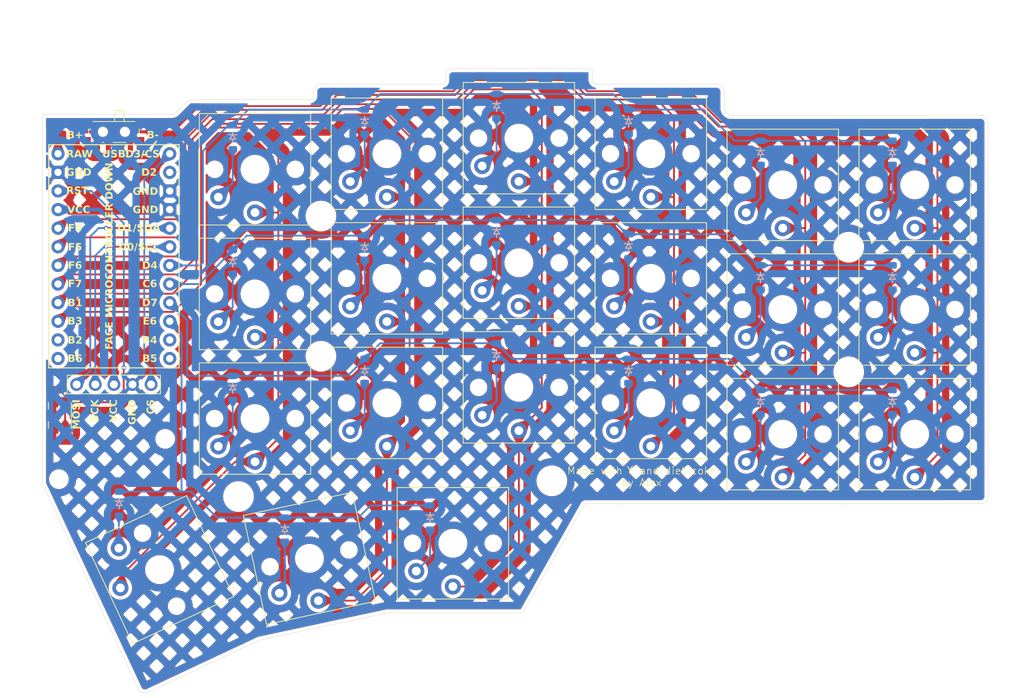
<source format=kicad_pcb>
(kicad_pcb (version 20240108) (generator "pcbnew") (generator_version "8.0")
  (layers (0 "F.Cu" signal) (31 "B.Cu" signal) (34 "B.Paste" user) (35 "F.Paste" user) (36 "B.SilkS" user "B.Silkscreen") (37 "F.SilkS" user "F.Silkscreen") (38 "B.Mask" user) (39 "F.Mask" user) (44 "Edge.Cuts" user))
  (net 0 "")
  (net 1 "Net-(D1-A)")
  (net 2 "row0")
  (net 3 "Net-(D2-A)")
  (net 4 "row1")
  (net 5 "row2")
  (net 6 "Net-(D3-A)")
  (net 7 "Net-(D4-A)")
  (net 8 "Net-(D5-A)")
  (net 9 "Net-(D6-A)")
  (net 10 "Net-(D7-A)")
  (net 11 "Net-(D8-A)")
  (net 12 "Net-(D9-A)")
  (net 13 "Net-(D10-A)")
  (net 14 "Net-(D11-A)")
  (net 15 "Net-(D12-A)")
  (net 16 "row3")
  (net 17 "Net-(D13-A)")
  (net 18 "Net-(D14-A)")
  (net 19 "Net-(D15-A)")
  (net 20 "Net-(D16-A)")
  (net 21 "Net-(D17-A)")
  (net 22 "Net-(D18-A)")
  (net 23 "Net-(D19-A)")
  (net 24 "Net-(D20-A)")
  (net 25 "Net-(D21-A)")
  (net 26 "col0")
  (net 27 "col1")
  (net 28 "col2")
  (net 29 "col3")
  (net 30 "col4")
  (net 31 "col5")
  (net 32 "reset")
  (net 33 "GND")
  (net 34 "B-")
  (net 36 "data")
  (net 39 "MOSI")
  (net 42 "B+")
  (net 43 "cs")
  (net 44 "SCK")
  (net 45 "VCC")
  (footprint "MountingHole:MountingHole_3.7mm" (layer "F.Cu") (at 108.37857 55.25)
    (property "Reference" "")
    (property "Value" "MountingHole_3.7mm" (hide yes))
  )
  (footprint "ScottoKeebs_Choc:Choc_V1_1.00u" (layer "F.Cu") (at 106.807992 101.949151 -168)
    (property "Reference" "S17" (hide yes))
    (property "Value" "Keyswitch" (hide yes))
  )
  (footprint "MountingHole:MountingHole_3.7mm" (layer "F.Cu") (at 108.37857 74.375)
    (property "Reference" "")
    (property "Value" "MountingHole_3.7mm" (hide yes))
  )
  (footprint "myLib:Universal_Pro_Micro_Footprint" (layer "F.Cu") (at 80.12857 60.72)
    (property "Reference" "U1" (hide yes))
    (property "Value" "Universal_Pro_Micro" (hide yes))
  )
  (footprint "ScottoKeebs_Choc:Choc_V1_1.00u" (layer "F.Cu") (at 171.37857 51 180)
    (property "Reference" "S4" (hide yes))
    (property "Value" "Keyswitch" (hide yes))
  )
  (footprint "myLib:nice_view" (layer "F.Cu") (at 80.12857 61.72)
    (property "Reference" "Display1" (hide yes))
    (property "Value" "nice!view" (hide yes))
  )
  (footprint "ScottoKeebs_Choc:Choc_V1_1.00u" (layer "F.Cu") (at 189.37857 68 180)
    (property "Reference" "S2" (hide yes))
    (property "Value" "Keyswitch" (hide yes))
  )
  (footprint "ScottoKeebs_Choc:Choc_V1_1.00u" (layer "F.Cu") (at 189.37857 85 180)
    (property "Reference" "S3" (hide yes))
    (property "Value" "Keyswitch" (hide yes))
  )
  (footprint "ScottoKeebs_Choc:Choc_V1_1.00u" (layer "F.Cu") (at 117.37857 63.75 180)
    (property "Reference" "S15" (hide yes))
    (property "Value" "Keyswitch" (hide yes))
  )
  (footprint "ScottoKeebs_Choc:Choc_V1_1.00u" (layer "F.Cu") (at 99.37857 48.875 180)
    (property "Reference" "S18" (hide yes))
    (property "Value" "Keyswitch" (hide yes))
  )
  (footprint "ScottoKeebs_Choc:Choc_V1_1.00u" (layer "F.Cu") (at 153.37857 80.75 180)
    (property "Reference" "S9" (hide yes))
    (property "Value" "Keyswitch" (hide yes))
  )
  (footprint "MountingHole:MountingHole_3.7mm" (layer "F.Cu") (at 180.37857 76.5)
    (property "Reference" "")
    (property "Value" "MountingHole_3.7mm" (hide yes))
  )
  (footprint "ScottoKeebs_Choc:Choc_V1_1.50u" (layer "F.Cu") (at 86.36295 103.491711 115)
    (property "Reference" "S21" (hide yes))
    (property "Value" "Keyswitch" (hide yes))
  )
  (footprint "EVQ-P7A01P:SW_EVQ-P7A01P" (layer "F.Cu") (at 72.75357 82.45 -90)
    (property "Reference" "S22" (hide yes))
    (property "Value" "EVQ-P7A01P" (hide yes))
  )
  (footprint "ScottoKeebs_Choc:Choc_V1_1.00u" (layer "F.Cu") (at 135.37857 44.625 180)
    (property "Reference" "S10" (hide yes))
    (property "Value" "Keyswitch" (hide yes))
  )
  (footprint "MountingHole:MountingHole_3.7mm" (layer "F.Cu") (at 97.12857 93.5172)
    (property "Reference" "")
    (property "Value" "MountingHole_3.7mm" (hide yes))
  )
  (footprint "MountingHole:MountingHole_3.7mm" (layer "F.Cu") (at 139.87857 91.375)
    (property "Reference" "")
    (property "Value" "MountingHole_3.7mm" (hide yes))
  )
  (footprint "ScottoKeebs_Choc:Choc_V1_1.00u" (layer "F.Cu") (at 126.37857 99.8922 180)
    (property "Reference" "S13" (hide yes))
    (property "Value" "Keyswitch" (hide yes))
  )
  (footprint "ScottoKeebs_Choc:Choc_V1_1.00u" (layer "F.Cu") (at 189.37857 51 180)
    (property "Reference" "S1" (hide yes))
    (property "Value" "Keyswitch" (hide yes))
  )
  (footprint "MountingHole:MountingHole_3.7mm" (layer "F.Cu") (at 180.37857 59.5)
    (property "Reference" "")
    (property "Value" "MountingHole_3.7mm" (hide yes))
  )
  (footprint "ScottoKeebs_Choc:Choc_V1_1.00u" (layer "F.Cu") (at 99.37857 65.875 180)
    (property "Reference" "S19" (hide yes))
    (property "Value" "Keyswitch" (hide yes))
  )
  (footprint "ScottoKeebs_Choc:Choc_V1_1.00u" (layer "F.Cu") (at 117.37857 80.75 180)
    (property "Reference" "S16" (hide yes))
    (property "Value" "Keyswitch" (hide yes))
  )
  (footprint "ScottoKeebs_Choc:Choc_V1_1.00u" (layer "F.Cu") (at 135.37857 78.625 180)
    (property "Reference" "S12" (hide yes))
    (property "Value" "Keyswitch" (hide yes))
  )
  (footprint "ScottoKeebs_Choc:Choc_V1_1.00u" (layer "F.Cu") (at 153.37857 46.75 180)
    (property "Reference" "S7" (hide yes))
    (property "Value" "Keyswitch" (hide yes))
  )
  (footprint "ScottoKeebs_Choc:Choc_V1_1.00u" (layer "F.Cu") (at 99.37857 82.875 180)
    (property "Reference" "S20" (hide yes))
    (property "Value" "Keyswitch" (hide yes))
  )
  (footprint "ScottoKeebs_Choc:Choc_V1_1.00u" (layer "F.Cu") (at 171.37857 68 180)
    (property "Reference" "S5" (hide yes))
    (property "Value" "Keyswitch" (hide yes))
  )
  (footprint "ScottoKeebs_Choc:Choc_V1_1.00u" (layer "F.Cu") (at 153.37857 63.75 180)
    (property "Reference" "S8" (hide yes))
    (property "Value" "Keyswitch" (hide yes))
  )
  (footprint "Button_Switch_SMD:SW_SPDT_PCM12" (layer "F.Cu") (at 80.12857 44.083 180)
    (property "Reference" "SW1" (hide yes))
    (property "Value" "PCM12SMTR" (hide yes))
  )
  (footprint "ScottoKeebs_Choc:Choc_V1_1.00u" (layer "F.Cu") (at 135.37857 61.625 180)
    (property "Reference" "S11" (hide yes))
    (property "Value" "Keyswitch" (hide yes))
  )
  (footprint "ScottoKeebs_Choc:Choc_V1_1.00u" (layer "F.Cu") (at 171.37857 85 180)
    (property "Reference" "S6" (hide yes))
    (property "Value" "Keyswitch" (hide yes))
  )
  (footprint "ScottoKeebs_Choc:Choc_V1_1.00u" (layer "F.Cu") (at 117.37857 46.75 180)
    (property "Reference" "S14" (hide yes))
    (property "Value" "Keyswitch" (hide yes))
  )
  (footprint "ScottoKeebs_Components:Diode_SOD-123" (layer "B.Cu") (at 123.266 96.391 -90)
    (property "Reference" "D13" (hide yes))
    (property "Value" "Diode" (hide yes))
  )
  (footprint "ScottoKeebs_Components:Diode_SOD-123" (layer "B.Cu") (at 186.342 63.628 -90)
    (property "Reference" "D2" (hide yes))
    (property "Value" "Diode" (hide yes))
  )
  (footprint "ScottoKeebs_Components:Diode_SOD-123" (layer "B.Cu") (at 168.342 46.628 -90)
    (property "Reference" "D4" (hide yes))
    (property "Value" "Diode" (hide yes))
  )
  (footprint "ScottoKeebs_Components:Diode_SOD-123" (layer "B.Cu") (at 96.342 61.503 -90)
    (property "Reference" "D19" (hide yes))
    (property "Value" "Diode" (hide yes))
  )
  (footprint "ScottoKeebs_Components:Diode_SOD-123" (layer "B.Cu") (at 114.342 76.378 -90)
    (property "Reference" "D16" (hide yes))
    (property "Value" "Diode" (hide yes))
  )
  (footprint "ScottoKeebs_Scotto:Standoff_M2x8mm" (layer "B.Cu") (at 87.12857 85.65 180)
    (property "Reference" "REF**" (hide yes))
    (property "Value" "Standoff_M2x8mm" (hide yes))
  )
  (footprint "ScottoKeebs_Scotto:Standoff_M2x8mm" (layer "B.Cu") (at 72.62857 91.15 180)
    (property "Reference" "REF**" (hide yes))
    (property "Value" "Standoff_M2x8mm" (hide yes))
  )
  (footprint "ScottoKeebs_Components:Diode_SOD-123" (layer "B.Cu") (at 186.342 46.628 -90)
    (property "Reference" "D1" (hide yes))
    (property "Value" "Diode" (hide yes))
  )
  (footprint "ScottoKeebs_Components:Diode_SOD-123" (layer "B.Cu") (at 186.342 80.628 -90)
    (property "Reference" "D3" (hide yes))
    (property "Value" "Diode" (hide yes))
  )
  (footprint "ScottoKeebs_Components:Diode_SOD-123" (layer "B.Cu") (at 114.342 59.576 -90)
    (property "Reference" "D15" (hide yes))
    (property "Value" "Diode" (hide yes))
  )
  (footprint "ScottoKeebs_Components:Diode_SOD-123" (layer "B.Cu") (at 96.342 44.503 -90)
    (property "Reference" "D18" (hide yes))
    (property "Value" "Diode" (hide yes))
  )
  (footprint "ScottoKeebs_Components:Diode_SOD-123" (layer "B.Cu") (at 150.342 42.378 -90)
    (property "Reference" "D7" (hide yes))
    (property "Value" "Diode" (hide yes))
  )
  (footprint "ScottoKeebs_Components:Diode_SOD-123" (layer "B.Cu") (at 150.342 76.378 -90)
    (property "Reference" "D9" (hide yes))
    (property "Value" "Diode" (hide yes))
  )
  (footprint "ScottoKeebs_Components:Diode_SOD-123" (layer "B.Cu") (at 132.342 57.451 -90)
    (property "Reference" "D11" (hide yes))
    (property "Value" "Diode" (hide yes))
  )
  (footprint "ScottoKeebs_Components:Diode_SOD-123" (layer "B.Cu") (at 96.342 78.701 -90)
    (property "Reference" "D20" (hide yes))
    (property "Value" "Diode" (hide yes))
  )
  (footprint "ScottoKeebs_Components:Diode_SOD-123" (layer "B.Cu") (at 103.454 98.042 -90)
    (property "Reference" "D17" (hide yes))
    (property "Value" "Diode" (hide yes))
  )
  (footprint "ScottoKeebs_Components:Diode_SOD-123" (layer "B.Cu") (at 132.342 74.253 -90)
    (property "Reference" "D12" (hide yes))
    (property "Value" "Diode" (hide yes))
  )
  (footprint "ScottoKeebs_Components:Diode_SOD-123" (layer "B.Cu") (at 168.342 80.628 -90)
    (property "Reference" "D6" (hide yes))
    (property "Value" "Diode" (hide yes))
  )
  (footprint "ScottoKeebs_Components:Diode_SOD-123" (layer "B.Cu") (at 168.342 63.628 -90)
    (property "Reference" "D5" (hide yes))
    (property "Value" "Diode" (hide yes))
  )
  (footprint "ScottoKeebs_Components:Diode_SOD-123" (layer "B.Cu") (at 80.848 94.486 -90)
    (property "Reference" "D21" (hide yes))
    (property "Value" "Diode" (hide yes))
  )
  (footprint "ScottoKeebs_Components:Diode_SOD-123" (layer "B.Cu") (at 114.342 42.378 -90)
    (property "Reference" "D14" (hide yes))
    (property "Value" "Diode" (hide yes))
  )
  (footprint "ScottoKeebs_Components:Diode_SOD-123" (layer "B.Cu") (at 132.342 40.253 -90)
    (property "Reference" "D10" (hide yes))
    (property "Value" "Diode" (hide yes))
  )
  (footprint "ScottoKeebs_Components:Diode_SOD-123" (layer "B.Cu") (at 150.342 59.378 -90)
    (property "Reference" "D8" (hide yes))
    (property "Value" "Diode" (hide yes))
  )
  (gr_arc (start 70.481888 91.977009) (mid 70.404877 91.797527) (end 70.37857 91.604) (stroke (width 0.05)) (layer "Edge.Cuts"))
  (gr_arc (start 70.37857 41.629) (mid 70.452965 41.449395) (end 70.63257 41.375) (stroke (width 0.05)) (layer "Edge.Cuts"))
  (gr_arc (start 90.12857 39.625) (mid 90.38241 39.442877) (end 90.688125 39.378551) (stroke (width 0.05)) (layer "Edge.Cuts"))
  (gr_line (start 146.01357 37.25) (end 162.37857 37.25) (stroke (width 0.05)) (layer "Edge.Cuts"))
  (gr_line (start 99.96468 113.119122) (end 84.781703 120.236573) (stroke (width 0.05)) (layer "Edge.Cuts"))
  (gr_arc (start 146.01357 37.25) (mid 145.564557 37.064013) (end 145.37857 36.615) (stroke (width 0.05)) (layer "Edge.Cuts"))
  (gr_line (start 90.688125 39.378551) (end 106.87057 39.375) (stroke (width 0.05)) (layer "Edge.Cuts"))
  (gr_line (start 125.37857 36.742) (end 125.37857 36.125) (stroke (width 0.05)) (layer "Edge.Cuts"))
  (gr_line (start 135.67857 109.3922) (end 117.41468 109.394122) (stroke (width 0.05)) (layer "Edge.Cuts"))
  (gr_arc (start 125.37857 36.742) (mid 125.22978 37.10121) (end 124.87057 37.25) (stroke (width 0.05)) (layer "Edge.Cuts"))
  (gr_line (start 164.37857 41.505636) (end 198.37857 41.5) (stroke (width 0.05)) (layer "Edge.Cuts"))
  (gr_line (start 136.085677 109.099307) (end 144.243529 94.691538) (stroke (width 0.05)) (layer "Edge.Cuts"))
  (gr_line (start 70.37857 91.604) (end 70.37857 41.629) (stroke (width 0.05)) (layer "Edge.Cuts"))
  (gr_line (start 199.37857 42.5) (end 199.37857 93.5) (stroke (width 0.05)) (layer "Edge.Cuts"))
  (gr_arc (start 125.37857 36.125) (mid 125.671463 35.417893) (end 126.37857 35.125) (stroke (width 0.05)) (layer "Edge.Cuts"))
  (gr_arc (start 198.37857 41.5) (mid 199.085677 41.792893) (end 199.37857 42.5) (stroke (width 0.05)) (layer "Edge.Cuts"))
  (gr_arc (start 199.37857 93.5) (mid 199.085677 94.207107) (end 198.37857 94.5) (stroke (width 0.05)) (layer "Edge.Cuts"))
  (gr_line (start 126.37857 35.125) (end 144.99757 35.125) (stroke (width 0.05)) (layer "Edge.Cuts"))
  (gr_arc (start 107.37857 38.867) (mid 107.22978 39.22621) (end 106.87057 39.375) (stroke (width 0.05)) (layer "Edge.Cuts"))
  (gr_arc (start 136.085676 109.099307) (mid 135.921185 109.299896) (end 135.678505 109.391545) (stroke (width 0.05)) (layer "Edge.Cuts"))
  (gr_line (start 88.658338 41.092432) (end 90.12857 39.625) (stroke (width 0.05)) (layer "Edge.Cuts"))
  (gr_arc (start 107.37857 38.25) (mid 107.671463 37.542893) (end 108.37857 37.25) (stroke (width 0.05)) (layer "Edge.Cuts"))
  (gr_arc (start 144.99757 35.125) (mid 145.266978 35.236592) (end 145.37857 35.506) (stroke (width 0.05)) (layer "Edge.Cuts"))
  (gr_line (start 108.37857 37.25) (end 124.87057 37.25) (stroke (width 0.05)) (layer "Edge.Cuts"))
  (gr_line (start 117.41468 109.394122) (end 99.96468 113.119122) (stroke (width 0.05)) (layer "Edge.Cuts"))
  (gr_line (start 163.37857 38.225311) (end 163.378571 40.475) (stroke (width 0.05)) (layer "Edge.Cuts"))
  (gr_line (start 145.37857 35.506) (end 145.37857 36.615) (stroke (width 0.05)) (layer "Edge.Cuts"))
  (gr_arc (start 162.37857 37.25) (mid 163.076998 37.534201) (end 163.37857 38.225311) (stroke (width 0.05)) (layer "Edge.Cuts"))
  (gr_line (start 70.47857 91.979) (end 83.43968 119.719122) (stroke (width 0.05)) (layer "Edge.Cuts"))
  (gr_arc (start 84.781703 120.236573) (mid 84.002114 120.259433) (end 83.43968 119.719122) (stroke (width 0.05)) (layer "Edge.Cuts"))
  (gr_line (start 144.51468 94.507961) (end 198.37857 94.5) (stroke (width 0.05)) (layer "Edge.Cuts"))
  (gr_line (start 107.37857 38.867) (end 107.37857 38.25) (stroke (width 0.05)) (layer "Edge.Cuts"))
  (gr_arc (start 164.37857 41.505636) (mid 163.662217 41.20352) (end 163.378571 40.479659) (stroke (width 0.05)) (layer "Edge.Cuts"))
  (gr_line (start 70.63257 41.375) (end 87.998824 41.380026) (stroke (width 0.05)) (layer "Edge.Cuts"))
  (gr_arc (start 144.243529 94.691538) (mid 144.350956 94.558175) (end 144.51468 94.507961) (stroke (width 0.05)) (layer "Edge.Cuts"))
  (gr_arc (start 88.658338 41.092432) (mid 88.358566 41.304979) (end 87.998824 41.380026) (stroke (width 0.05)) (layer "Edge.Cuts"))
  (gr_text "Made with   and diet coke\nby Alex" (at 152.1204 92.197 0) (layer "F.SilkS") (effects (font (size 1 1) (thickness 0.1)) (justify bottom)))
  (gr_text "Y" (at 150.0884 90.546 0) (layer "F.SilkS") (effects (font (size 1 1) (thickness 0.1)) (justify left bottom)))
  (segment (start 186.342 52.83657) (end 186.342 48.278) (width 0.25) (layer "B.Cu") (net 1))
  (segment (start 184.37857 54.8) (end 186.342 52.83657) (width 0.25) (layer "B.Cu") (net 1))
  (segment (start 132.342 38.603) (end 116.467 38.603) (width 0.25) (layer "B.Cu") (net 2))
  (segment (start 116.467 38.603) (end 114.342 40.728) (width 0.25) (layer "B.Cu") (net 2))
  (segment (start 186.342 44.978) (end 168.342 44.978) (width 0.25) (layer "B.Cu") (net 2))
  (segment (start 91.878 61.99) (end 87.74857 61.99) (width 0.25) (layer "B.Cu") (net 2))
  (segment (start 96.342 42.853) (end 95.775 42.853) (width 0.25) (layer "B.Cu") (net 2))
  (segment (start 160.57 40.728) (end 150.342 40.728) (width 0.25) (layer "B.Cu") (net 2))
  (segment (start 98.467 40.728) (end 96.342 42.853) (width 0.25) (layer "B.Cu") (net 2))
  (segment (start 148.217 38.603) (end 132.342 38.603) (width 0.25) (layer "B.Cu") (net 2))
  (segment (start 92.278 61.59) (end 91.878 61.99) (width 0.25) (layer "B.Cu") (net 2))
  (segment (start 168.342 44.978) (end 164.82 44.978) (width 0.25) (layer "B.Cu") (net 2))
  (segment (start 150.342 40.728) (end 148.217 38.603) (width 0.25) (layer "B.Cu") (net 2))
  (segment (start 92.278 46.35) (end 92.278 61.59) (width 0.25) (layer "B.Cu") (net 2))
  (segment (start 114.342 40.728) (end 98.467 40.728) (width 0.25) (layer "B.Cu") (net 2))
  (segment (start 95.775 42.853) (end 92.278 46.35) (width 0.25) (layer "B.Cu") (net 2))
  (segment (start 164.82 44.978) (end 160.57 40.728) (width 0.25) (layer "B.Cu") (net 2))
  (segment (start 186.342 69.83657) (end 186.342 65.278) (width 0.25) (layer "B.Cu") (net 3))
  (segment (start 184.37857 71.8) (end 186.342 69.83657) (width 0.25) (layer "B.Cu") (net 3))
  (segment (start 132.342 55.801) (end 116.467 55.801) (width 0.25) (layer "B.Cu") (net 4))
  (segment (start 167.977 61.978) (end 163.727 57.728) (width 0.25) (layer "B.Cu") (net 4))
  (segment (start 96.342 59.939) (end 91.751 64.53) (width 0.25) (layer "B.Cu") (net 4))
  (segment (start 150.342 57.728) (end 150.115 57.728) (width 0.25) (layer "B.Cu") (net 4))
  (segment (start 114.342 57.926) (end 98.269 57.926) (width 0.25) (layer "B.Cu") (net 4))
  (segment (start 116.467 55.801) (end 114.342 57.926) (width 0.25) (layer "B.Cu") (net 4))
  (segment (start 98.269 57.926) (end 96.342 59.853) (width 0.25) (layer "B.Cu") (net 4))
  (segment (start 163.727 57.728) (end 150.342 57.728) (width 0.25) (layer "B.Cu") (net 4))
  (segment (start 96.342 59.853) (end 96.342 59.939) (width 0.25) (layer "B.Cu") (net 4))
  (segment (start 168.342 61.978) (end 167.977 61.978) (width 0.25) (layer "B.Cu") (net 4))
  (segment (start 148.188 55.801) (end 132.342 55.801) (width 0.25) (layer "B.Cu") (net 4))
  (segment (start 186.342 61.978) (end 168.342 61.978) (width 0.25) (layer "B.Cu") (net 4))
  (segment (start 91.751 64.53) (end 87.74857 64.53) (width 0.25) (layer "B.Cu") (net 4))
  (segment (start 150.115 57.728) (end 148.188 55.801) (width 0.25) (layer "B.Cu") (net 4))
  (segment (start 96.342 77.051) (end 90.34 77.051) (width 0.25) (layer "B.Cu") (net 5))
  (segment (start 150.342 74.728) (end 134.467 74.728) (width 0.25) (layer "B.Cu") (net 5))
  (segment (start 114.342 74.728) (end 112.019 77.051) (width 0.25) (layer "B.Cu") (net 5))
  (segment (start 90.34 77.051) (end 90.119 76.83) (width 0.25) (layer "B.Cu") (net 5))
  (segment (start 132.342 72.603) (end 116.467 72.603) (width 0.25) (layer "B.Cu") (net 5))
  (segment (start 168.34 78.978) (end 164.09 74.728) (width 0.25) (layer "B.Cu") (net 5))
  (segment (start 164.09 74.728) (end 150.342 74.728) (width 0.25) (layer "B.Cu") (net 5))
  (segment (start 186.342 78.978) (end 168.342 78.978) (width 0.25) (layer "B.Cu") (net 5))
  (segment (start 134.467 74.728) (end 132.342 72.603) (width 0.25) (layer "B.Cu") (net 5))
  (segment (start 112.019 77.051) (end 96.342 77.051) (width 0.25) (layer "B.Cu") (net 5))
  (segment (start 116.467 72.603) (end 114.342 74.728) (width 0.25) (layer "B.Cu") (net 5))
  (segment (start 168.342 78.978) (end 168.34 78.978) (width 0.25) (layer "B.Cu") (net 5))
  (segment (start 90.119 69.44043) (end 87.74857 67.07) (width 0.25) (layer "B.Cu") (net 5))
  (segment (start 90.119 76.83) (end 90.119 69.44043) (width 0.25) (layer "B.Cu") (net 5))
  (segment (start 184.37857 88.8) (end 186.342 86.83657) (width 0.25) (layer "B.Cu") (net 6))
  (segment (start 186.342 86.83657) (end 186.342 82.278) (width 0.25) (layer "B.Cu") (net 6))
  (segment (start 168.342 52.83657) (end 168.342 48.278) (width 0.25) (layer "B.Cu") (net 7))
  (segment (start 166.37857 54.8) (end 168.342 52.83657) (width 0.25) (layer "B.Cu") (net 7))
  (segment (start 166.37857 71.8) (end 168.342 69.83657) (width 0.25) (layer "B.Cu") (net 8))
  (segment (start 168.342 69.83657) (end 168.342 65.278) (width 0.25) (layer "B.Cu") (net 8))
  (segment (start 166.37857 88.8) (end 168.342 86.83657) (width 0.25) (layer "B.Cu") (net 9))
  (segment (start 168.342 86.83657) (end 168.342 82.278) (width 0.25) (layer "B.Cu") (net 9))
  (segment (start 148.37857 50.55) (end 150.342 48.58657) (width 0.25) (layer "B.Cu") (net 10))
  (segment (start 150.342 48.58657) (end 150.342 44.028) (width 0.25) (layer "B.Cu") (net 10))
  (segment (start 148.37857 67.55) (end 150.342 65.58657) (width 0.25) (layer "B.Cu") (net 11))
  (segment (start 150.342 65.58657) (end 150.342 61.028) (width 0.25) (layer "B.Cu") (net 11))
  (segment (start 150.342 82.58657) (end 150.342 78.028) (width 0.25) (layer "B.Cu") (net 12))
  (segment (start 148.37857 84.55) (end 150.342 82.58657) (width 0.25) (layer "B.Cu") (net 12))
  (segment (start 132.342 46.46157) (end 132.342 41.903) (width 0.25) (layer "B.Cu") (net 13))
  (segment (start 130.37857 48.425) (end 132.342 46.46157) (width 0.25) (layer "B.Cu") (net 13))
  (segment (start 130.37857 65.425) (end 132.342 63.46157) (width 0.25) (layer "B.Cu") (net 14))
  (segment (start 132.342 63.46157) (end 132.342 59.101) (width 0.25) (layer "B.Cu") (net 14))
  (segment (start 130.37857 82.425) (end 132.342 80.46157) (width 0.25) (layer "B.Cu") (net 15))
  (segment (start 132.342 80.46157) (end 132.342 75.903) (width 0.25) (layer "B.Cu") (net 15))
  (segment (start 89.357 92.836) (end 80.848 92.836) (width 0.25) (layer "B.Cu") (net 16))
  (segment (start 90.623 92.836) (end 89.357 92.836) (width 0.25) (layer "B.Cu") (net 16))
  (segment (start 94.187 96.392) (end 90.627 92.832) (width 0.25) (layer "B.Cu") (net 16))
  (segment (start 103.454 96.392) (end 94.187 96.392) (width 0.25) (layer "B.Cu") (net 16))
  (segment (start 87.74857 69.61) (end 89.357 71.21843) (width 0.25) (layer "B.Cu") (net 16))
  (segment (start 89.357 71.21843) (end 89.357 92.836) (width 0.25) (layer "B.Cu") (net 16))
  (segment (start 123.266 94.741) (end 115.134 94.741) (width 0.25) (layer "B.Cu") (net 16))
  (segment (start 90.627 92.832) (end 90.623 92.836) (width 0.25) (layer "B.Cu") (net 16))
  (segment (start 115.134 94.741) (end 113.483 96.392) (width 0.25) (layer "B.Cu") (net 16))
  (segment (start 113.483 96.392) (end 103.454 96.392) (width 0.25) (layer "B.Cu") (net 16))
  (segment (start 121.37857 103.6922) (end 123.266 101.80477) (width 0.25) (layer "B.Cu") (net 17))
  (segment (start 123.266 101.80477) (end 123.266 98.041) (width 0.25) (layer "B.Cu") (net 17))
  (segment (start 112.37857 50.55) (end 114.342 48.58657) (width 0.25) (layer "B.Cu") (net 18))
  (segment (start 114.342 48.58657) (end 114.342 44.028) (width 0.25) (layer "B.Cu") (net 18))
  (segment (start 114.342 65.58657) (end 114.342 61.226) (width 0.25) (layer "B.Cu") (net 19))
  (segment (start 112.37857 67.55) (end 114.342 65.58657) (width 0.25) (layer "B.Cu") (net 19))
  (segment (start 114.342 82.58657) (end 114.342 78.028) (width 0.25) (layer "B.Cu") (net 20))
  (segment (start 112.37857 84.55) (end 114.342 82.58657) (width 0.25) (layer "B.Cu") (net 20))
  (segment (start 103.454 105.958988) (end 103.454 99.692) (width 0.25) (layer "B.Cu") (net 21))
  (segment (start 102.707319 106.705669) (end 103.454 105.958988) (width 0.25) (layer "B.Cu") (net 21))
  (segment (start 96.342 50.71157) (end 96.342 46.153) (width 0.25) (layer "B.Cu") (net 22))
  (segment (start 94.37857 52.675) (end 96.342 50.71157) (width 0.25) (layer "B.Cu") (net 22))
  (segment (start 94.37857 69.675) (end 96.342 67.71157) (width 0.25) (layer "B.Cu") (net 23))
  (segment (start 96.342 67.71157) (end 96.342 63.153) (width 0.25) (layer "B.Cu") (net 23))
  (segment (start 94.37857 86.675) (end 96.342 84.71157) (width 0.25) (layer "B.Cu") (net 24))
  (segment (start 96.342 84.71157) (end 96.342 80.351) (width 0.25) (layer "B.Cu") (net 24))
  (segment (start 80.805888 100.566121) (end 80.805888 96.178112) (width 0.25) (layer "B.Cu") (net 25))
  (segment (start 80.805888 96.178112) (end 80.848 96.136) (width 0.25) (layer "B.Cu") (net 25))
  (segment (start 192.481 60.00243) (end 192.481 56.891) (width 0.25) (layer "F.Cu") (net 26))
  (segment (start 192.481 44.826) (end 190.068 42.413) (width 0.25) (layer "F.Cu") (net 26))
  (segment (start 89.357 43.683) (end 89.357 55.367) (width 0.25) (layer "F.Cu") (net 26))
  (segment (start 162.89 42.413) (end 158.699 38.222) (width 0.25) (layer "F.Cu") (net 26))
  (segment (start 89.039 55.685) (end 73.73357 55.685) (width 0.25) (layer "F.Cu") (net 26))
  (segment (start 92.786 40.254) (end 89.357 43.683) (width 0.25) (layer "F.Cu") (net 26))
  (segment (start 144.729 38.222) (end 142.697 36.19) (width 0.25) (layer "F.Cu") (net 26))
  (segment (start 189.37857 56.9) (end 192.472 56.9) (width 0.25) (layer "F.Cu") (net 26))
  (segment (start 192.472 73.9) (end 192.481 73.909) (width 0.25) (layer "F.Cu") (net 26))
  (segment (start 128.473 36.19) (end 126.441 38.222) (width 0.25) (layer "F.Cu") (net 26))
  (segment (start 142.697 36.19) (end 128.473 36.19) (width 0.25) (layer "F.Cu") (net 26))
  (segment (start 192.481 87.79757) (end 192.481 73.909) (width 0.25) (layer "F.Cu") (net 26))
  (segment (start 158.699 38.222) (end 144.729 38.222) (width 0.25) (layer "F.Cu") (net 26))
  (segment (start 192.481 73.909) (end 192.481 60.00243) (width 0.25) (layer "F.Cu") (net 26))
  (segment (start 73.73357 55.685) (end 72.50857 56.91) (width 0.25) (layer "F.Cu") (net 26))
  (segment (start 190.068 42.413) (end 162.89 42.413) (width 0.25) (layer "F.Cu") (net 26))
  (segment (start 192.481 56.891) (end 192.481 44.826) (width 0.25) (layer "F.Cu") (net 26))
  (segment (start 126.441 38.222) (end 110.312 38.222) (width 0.25) (layer "F.Cu") (net 26))
  (segment (start 89.357 55.367) (end 89.039 55.685) (width 0.25) (layer "F.Cu") (net 26))
  (segment (start 189.37857 73.9) (end 192.472 73.9) (width 0.25) (layer "F.Cu") (net 26))
  (segment (start 189.37857 90.9) (end 192.481 87.79757) (width 0.25) (layer "F.Cu") (net 26))
  (segment (start 192.472 56.9) (end 192.481 56.891) (width 0.25) (layer "F.Cu") (net 26))
  (segment (start 108.28 40.254) (end 92.786 40.254) (width 0.25) (layer "F.Cu") (net 26))
  (segment (start 110.312 38.222) (end 108.28 40.254) (width 0.25) (layer "F.Cu") (net 26))
  (segment (start 162.636 43.048) (end 158.318 38.73) (width 0.25) (layer "F.Cu") (net 27))
  (segment (start 89.865 57.272) (end 88.976 58.161) (width 0.25) (layer "F.Cu") (net 27))
  (segment (start 108.534 40.762) (end 93.04 40.762) (width 0.25) (layer "F.Cu") (net 27))
  (segment (start 142.443 36.698) (end 128.727 36.698) (width 0.25) (layer "F.Cu") (net 27))
  (segment (start 174.447 73.909) (end 174.447 60.066) (width 0.25) (layer "F.Cu") (net 27))
  (segment (start 126.695 38.73) (end 110.566 38.73) (width 0.25) (layer "F.Cu") (net 27))
  (segment (start 89.865 43.937) (end 89.865 57.272) (width 0.25) (layer "F.Cu") (net 27))
  (segment (start 110.566 38.73) (end 108.534 40.762) (width 0.25) (layer "F.Cu") (net 27))
  (segment (start 158.318 38.73) (end 144.475 38.73) (width 0.25) (layer "F.Cu") (net 27))
  (segment (start 144.475 38.73) (end 142.443 36.698) (width 0.25) (layer "F.Cu") (net 27))
  (segment (start 171.37857 73.9) (end 174.438 73.9) (width 0.25) (layer "F.Cu") (net 27))
  (segment (start 174.447 45.08) (end 172.415 43.048) (width 0.25) (layer "F.Cu") (net 27))
  (segment (start 73.79757 58.161) (end 72.50857 59.45) (width 0.25) (layer "F.Cu") (net 27))
  (segment (start 174.447 56.764) (end 174.447 45.08) (width 0.25) (layer "F.Cu") (net 27))
  (segment (start 174.447 87.83157) (end 174.447 73.909) (width 0.25) (layer "F.Cu") (net 27))
  (segment (start 88.976 58.161) (end 73.79757 58.161) (width 0.25) (layer "F.Cu") (net 27))
  (segment (start 171.37857 90.9) (end 174.447 87.83157) (width 0.25) (layer "F.Cu") (net 27))
  (segment (start 128.727 36.698) (end 126.695 38.73) (width 0.25) (layer "F.Cu") (net 27))
  (segment (start 174.438 73.9) (end 174.447 73.909) (width 0.25) (layer "F.Cu") (net 27))
  (segment (start 174.311 56.9) (end 174.447 56.764) (width 0.25) (layer "F.Cu") (net 27))
  (segment (start 171.37857 56.9) (end 174.311 56.9) (width 0.25) (layer "F.Cu") (net 27))
  (segment (start 93.04 40.762) (end 89.865 43.937) (width 0.25) (layer "F.Cu") (net 27))
  (segment (start 172.415 43.048) (end 162.636 43.048) (width 0.25) (layer "F.Cu") (net 27))
  (segment (start 174.447 60.066) (end 174.447 56.764) (width 0.25) (layer "F.Cu") (net 27))
  (segment (start 93.294 41.397) (end 90.373 44.318) (width 0.25) (layer "F.Cu") (net 28))
  (segment (start 153.37857 86.65) (end 156.54 83.48857) (width 0.25) (layer "F.Cu") (net 28))
  (segment (start 110.82 39.365) (end 108.788 41.397) (width 0.25) (layer "F.Cu") (net 28))
  (segment (start 156.54 52.573) (end 156.54 41.72) (width 0.25) (layer "F.Cu") (net 28))
  (segment (start 156.463 52.65) (end 156.54 52.573) (width 0.25) (layer "F.Cu") (net 28))
  (segment (start 108.788 41.397) (end 93.294 41.397) (width 0.25) (layer "F.Cu") (net 28))
  (segment (start 126.949 39.365) (end 110.82 39.365) (width 0.25) (layer "F.Cu") (net 28))
  (segment (start 153.37857 69.65) (end 156.481 69.65) (width 0.25) (layer "F.Cu") (net 28))
  (segment (start 73.73357 60.765) (end 72.50857 61.99) (width 0.25) (layer "F.Cu") (net 28))
  (segment (start 90.373 59.304) (end 88.912 60.765) (width 0.25) (layer "F.Cu") (net 28))
  (segment (start 154.185 39.365) (end 144.221 39.365) (width 0.25) (layer "F.Cu") (net 28))
  (segment (start 156.481 69.65) (end 156.54 69.591) (width 0.25) (layer "F.Cu") (net 28))
  (segment (start 156.54 55.875) (end 156.54 52.573) (width 0.25) (layer "F.Cu") (net 28))
  (segment (start 142.189 37.333) (end 128.981 37.333) (width 0.25) (layer "F.Cu") (net 28))
  (segment (start 88.912 60.765) (end 73.73357 60.765) (width 0.25) (layer "F.Cu") (net 28))
  (segment (start 156.54 69.591) (end 156.54 55.875) (width 0.25) (layer "F.Cu") (net 28))
  (segment (start 153.37857 52.65) (end 156.463 52.65) (width 0.25) (layer "F.Cu") (net 28))
  (segment (start 90.373 44.318) (end 90.373 59.304) (width 0.25) (layer "F.Cu") (net 28))
  (segment (start 156.54 41.72) (end 154.185 39.365) (width 0.25) (layer "F.Cu") (net 28))
  (segment (start 156.54 83.48857) (end 156.54 69.591) (width 0.25) (layer "F.Cu") (net 28))
  (segment (start 144.221 39.365) (end 142.189 37.333) (width 0.25) (layer "F.Cu") (net 28))
  (segment (start 128.981 37.333) (end 126.949 39.365) (width 0.25) (layer "F.Cu") (net 28))
  (segment (start 126.37857 105.7922) (end 130.2448 105.7922) (width 0.25) (layer "F.Cu") (net 29))
  (segment (start 138.506 81.39757) (end 138.506 67.559) (width 0.25) (layer "F.Cu") (net 29))
  (segment (start 130.2448 105.7922) (end 135.37857 100.65843) (width 0.25) (layer "F.Cu") (net 29))
  (segment (start 138.49 50.525) (end 138.506 50.541) (width 0.25) (layer "F.Cu") (net 29))
  (segment (start 138.506 50.541) (end 138.506 39.492) (width 0.25) (layer "F.Cu") (net 29))
  (segment (start 135.37857 67.525) (end 138.472 67.525) (width 0.25) (layer "F.Cu") (net 29))
  (segment (start 138.472 67.525) (end 138.506 67.559) (width 0.25) (layer "F.Cu") (net 29))
  (segment (start 73.82357 63.215) (end 72.50857 64.53) (width 0.25) (layer "F.Cu") (net 29))
  (segment (start 135.37857 84.525) (end 138.506 81.39757) (width 0.25) (layer "F.Cu") (net 29))
  (segment (start 90.881 61.336) (end 89.002 63.215) (width 0.25) (layer "F.Cu") (net 29))
  (segment (start 127.203 40) (end 111.074 40) (width 0.25) (layer "F.Cu") (net 29))
  (segment (start 89.002 63.215) (end 73.82357 63.215) (width 0.25) (layer "F.Cu") (net 29))
  (segment (start 138.506 39.492) (end 136.982 37.968) (width 0.25) (layer "F.Cu") (net 29))
  (segment (start 135.37857 100.65843) (end 135.37857 84.525) (width 0.25) (layer "F.Cu") (net 29))
  (segment (start 111.074 40) (end 109.042 42.032) (width 0.25) (layer "F.Cu") (net 29))
  (segment (start 138.506 53.65243) (end 138.506 50.541) (width 0.25) (layer "F.Cu") (net 29))
  (segment (start 93.548 42.032) (end 90.881 44.699) (width 0.25) (layer "F.Cu") (net 29))
  (segment (start 138.506 67.559) (end 138.506 53.65243) (width 0.25) (layer "F.Cu") (net 29))
  (segment (start 136.982 37.968) (end 129.235 37.968) (width 0.25) (layer "F.Cu") (net 29))
  (segment (start 109.042 42.032) (end 93.548 42.032) (width 0.25) (layer "F.Cu") (net 29))
  (segment (start 135.37857 50.525) (end 138.49 50.525) (width 0.25) (layer "F.Cu") (net 29))
  (segment (start 129.235 37.968) (end 127.203 40) (width 0.25) (layer "F.Cu") (net 29))
  (segment (start 90.881 44.699) (end 90.881 61.336) (width 0.25) (layer "F.Cu") (net 29))
  (segment (start 109.296 42.667) (end 93.802 42.667) (width 0.25) (layer "F.Cu") (net 30))
  (segment (start 91.389 62.621982) (end 88.165982 65.845) (width 0.25) (layer "F.Cu") (net 30))
  (segment (start 120.472 83.55657) (end 120.472 69.591) (width 0.25) (layer "F.Cu") (net 30))
  (segment (start 108.034671 107.720222) (end 113.076778 107.720222) (width 0.25) (layer "F.Cu") (net 30))
  (segment (start 120.472 69.591) (end 120.472 55.875) (width 0.25) (layer "F.Cu") (net 30))
  (segment (start 120.413 69.65) (end 120.472 69.591) (width 0.25) (layer "F.Cu") (net 30))
  (segment (start 120.472 52.827) (end 120.472 52.573) (width 0.25) (layer "F.Cu") (net 30))
  (segment (start 117.37857 86.65) (end 120.472 83.55657) (width 0.25) (layer "F.Cu") (net 30))
  (segment (start 117.37857 69.65) (end 120.413 69.65) (width 0.25) (layer "F.Cu") (net 30))
  (segment (start 73.73357 65.845) (end 72.50857 67.07) (width 0.25) (layer "F.Cu") (net 30))
  (segment (start 117.37857 103.41843) (end 117.37857 86.65) (width 0.25) (layer "F.Cu") (net 30))
  (segment (start 116.72 40.635) (end 111.328 40.635) (width 0.25) (layer "F.Cu") (net 30))
  (segment (start 88.165982 65.845) (end 73.73357 65.845) (width 0.25) (layer "F.Cu") (net 30))
  (segment (start 120.472 52.573) (end 120.472 44.387) (width 0.25) (layer "F.Cu") (net 30))
  (segment (start 93.802 42.667) (end 91.389 45.08) (width 0.25) (layer "F.Cu") (net 30))
  (segment (start 111.328 40.635) (end 109.296 42.667) (width 0.25) (layer "F.Cu") (net 30))
  (segment (start 117.37857 52.65) (end 120.395 52.65) (width 0.25) (layer "F.Cu") (net 30))
  (segment (start 120.395 52.65) (end 120.472 52.573) (width 0.25) (layer "F.Cu") (net 30))
  (segment (start 120.472 44.387) (end 116.72 40.635) (width 0.25) (layer "F.Cu") (net 30))
  (segment (start 120.472 55.875) (end 120.472 52.827) (width 0.25) (layer "F.Cu") (net 30))
  (segment (start 113.076778 107.720222) (end 117.37857 103.41843) (width 0.25) (layer "F.Cu") (net 30))
  (segment (start 91.389 45.08) (end 91.389 62.621982) (width 0.25) (layer "F.Cu") (net 30))
  (segment (start 88.229982 68.321) (end 73.79757 68.321) (width 0.25) (layer "F.Cu") (net 31))
  (segment (start 96.670259 88.775) (end 99.37857 88.775) (width 0.25) (layer "F.Cu") (net 31))
  (segment (start 102.565 71.75) (end 102.565 57.96143) (width 0.25) (layer "F.Cu") (net 31))
  (segment (start 102.522 54.775) (end 102.565 54.732) (width 0.25) (layer "F.Cu") (net 31))
  (segment (start 99.37857 88.775) (end 102.565 85.58857) (width 0.25) (layer "F.Cu") (net 31))
  (segment (start 102.565 57.96143) (end 102.565 54.732) (width 0.25) (layer "F.Cu") (net 31))
  (segment (start 99.37857 54.775) (end 102.522 54.775) (width 0.25) (layer "F.Cu") (net 31))
  (segment (start 102.565 85.58857) (end 102.565 71.75) (width 0.25) (layer "F.Cu") (net 31))
  (segment (start 94.056 43.175) (end 92.024 45.207) (width 0.25) (layer "F.Cu") (net 31))
  (segment (start 81.015734 104.429525) (end 96.670259 88.775) (width 0.25) (layer "F.Cu") (net 31))
  (segment (start 102.565 46.858) (end 98.882 43.175) (width 0.25) (layer "F.Cu") (net 31))
  (segment (start 99.37857 71.775) (end 102.54 71.775) (width 0.25) (layer "F.Cu") (net 31))
  (segment (start 81.015734 105.985159) (end 81.015734 104.429525) (width 0.25) (layer "F.Cu") (net 31))
  (segment (start 92.024 45.207) (end 92.024 64.526982) (width 0.25) (layer "F.Cu") (net 31))
  (segment (start 73.79757 68.321) (end 72.50857 69.61) (width 0.25) (layer "F.Cu") (net 31))
  (segment (start 92.024 64.526982) (end 88.229982 68.321) (width 0.25) (layer "F.Cu") (net 31))
  (segment (start 102.565 54.732) (end 102.565 46.858) (width 0.25) (layer "F.Cu") (net 31))
  (segment (start 102.54 71.775) (end 102.565 71.75) (width 0.25) (layer "F.Cu") (net 31))
  (segment (start 98.882 43.175) (end 94.056 43.175) (width 0.25) (layer "F.Cu") (net 31))
  (segment (start 73.47857 84.25) (end 73.47857 80.65) (width 0.25) (layer "F.Cu") (net 32))
  (segment (start 81.46727 79.25873) (end 80.076 80.65) (width 0.25) (layer "F.Cu") (net 32))
  (segment (start 81.46727 75.941) (end 81.46727 79.25873) (width 0.25) (layer "F.Cu") (net 32))
  (segment (start 80.076 80.65) (end 73.47857 80.65) (width 0.25) (layer "F.Cu") (net 32))
  (via (at 81.46727 75.941) (size 0.6) (drill 0.3) (layers "F.Cu" "B.Cu") (net 32))
  (segment (start 81.483 56.256) (end 77.057 51.83) (width 0.25) (layer "B.Cu") (net 32))
  (segment (start 81.483 75.92527) (end 81.483 56.256) (width 0.25) (layer "B.Cu") (net 32))
  (segment (start 81.46727 75.941) (end 81.483 75.92527) (width 0.25) (layer "B.Cu") (net 32))
  (segment (start 77.057 51.83) (end 72.50857 51.83) (width 0.25) (layer "B.Cu") (net 32))
  (segment (start 82.37857 46.86457) (end 82.37857 45.513) (width 0.5) (layer "F.Cu") (net 34))
  (segment (start 82.753 47.239) (end 82.37857 46.86457) (width 0.5) (layer "F.Cu") (net 34))
  (segment (start 82.753 47.239) (end 84.71957 47.239) (width 0.5) (layer "F.Cu") (net 34))
  (segment (start 84.71957 47.239) (end 87.74857 44.21) (width 0.5) (layer "F.Cu") (net 34))
  (segment (start 85.655 56.891) (end 85.674 56.91) (width 0.25) (layer "F.Cu") (net 39))
  (segment (start 79.07 56.891) (end 85.655 56.891) (width 0.25) (layer "F.Cu") (net 39))
  (via (at 79.07 56.891) (size 0.6) (drill 0.3) (layers "F.Cu" "B.Cu") (net 39))
  (via (at 85.674 56.91) (size 0.6) (drill 0.3) (layers "F.Cu" "B.Cu") (net 39))
  (segment (start 75.04857 78.23) (end 76.911 76.36757) (width 0.25) (layer "B.Cu") (net 39))
  (segment (start 76.911 76.36757) (end 76.911 58.034) (width 0.25) (layer "B.Cu") (net 39))
  (segment (start 78.054 56.891) (end 79.07 56.891) (width 0.25) (layer "B.Cu") (net 39))
  (segment (start 85.674 56.91) (end 87.74857 56.91) (width 0.25) (layer "B.Cu") (net 39))
  (segment (start 76.911 58.034) (end 78.054 56.891) (width 0.25) (layer "B.Cu") (net 39))
  (segment (start 72.50857 44.21) (end 72.50857 46.75) (width 0.5) (layer "F.Cu") (net 42))
  (segment (start 85.20857 78.23) (end 85.166 78.18743) (width 0.25) (layer "B.Cu") (net 43))
  (segment (start 85.166 75.941) (end 84.277 75.052) (width 0.25) (layer "B.Cu") (net 43))
  (segment (start 84.277 75.052) (end 84.277 50.22157) (width 0.25) (layer "B.Cu") (net 43))
  (segment (start 85.166 78.18743) (end 85.166 75.941) (width 0.25) (layer "B.Cu") (net 43))
  (segment (start 84.277 50.22157) (end 87.74857 46.75) (width 0.25) (layer "B.Cu") (net 43))
  (segment (start 85.655 59.431) (end 85.674 59.45) (width 0.25) (layer "F.Cu") (net 44))
  (segment (start 79.07 59.431) (end 85.655 59.431) (width 0.25) (layer "F.Cu") (net 44))
  (via (at 79.07 59.431) (size 0.6) (drill 0.3) (layers "F.Cu" "B.Cu") (net 44))
  (via (at 85.674 59.45) (size 0.6) (drill 0.3) (layers "F.Cu" "B.Cu") (net 44))
  (segment (start 85.674 59.45) (end 87.74857 59.45) (width 0.25) (layer "B.Cu") (net 44))
  (segment (start 78.816 59.431) (end 79.07 59.431) (width 0.25) (layer "B.Cu") (net 44))
  (segment (start 77.58857 60.65843) (end 78.816 59.431) (width 0.25) (layer "B.Cu") (net 44))
  (segment (start 77.58857 78.23) (end 77.58857 60.65843) (width 0.25) (layer "B.Cu") (net 44))
  (segment (start 80.12857 56.29857) (end 78.2 54.37) (width 0.5) (layer "B.Cu") (net 45))
  (segment (start 78.2 54.37) (end 72.50857 54.37) (width 0.5) (layer "B.Cu") (net 45))
  (segment (start 80.12857 78.23) (end 80.12857 56.29857) (width 0.5) (layer "B.Cu") (net 45))
  (zone (net 33) (net_name "GND") (layers "F&B.Cu") (connect_pads (clearance 0.5)) (min_thickness 0.25) (fill yes (mode hatch) (thermal_gap 0.5) (thermal_bridge_width 0.5) (island_removal_mode 2) (island_area_min 10) (hatch_thickness 1) (hatch_gap 1.5) (hatch_orientation 45) (hatch_smoothing_level 1) (hatch_smoothing_value 0.1) (hatch_border_algorithm hatch_thickness) (hatch_min_hole_area 0.3))
    (polygon (pts (xy 64.592 25.776) (xy 204.292 25.776) (xy 204.292 121.026) (xy 64.592 121.026)))
  )
)
</source>
